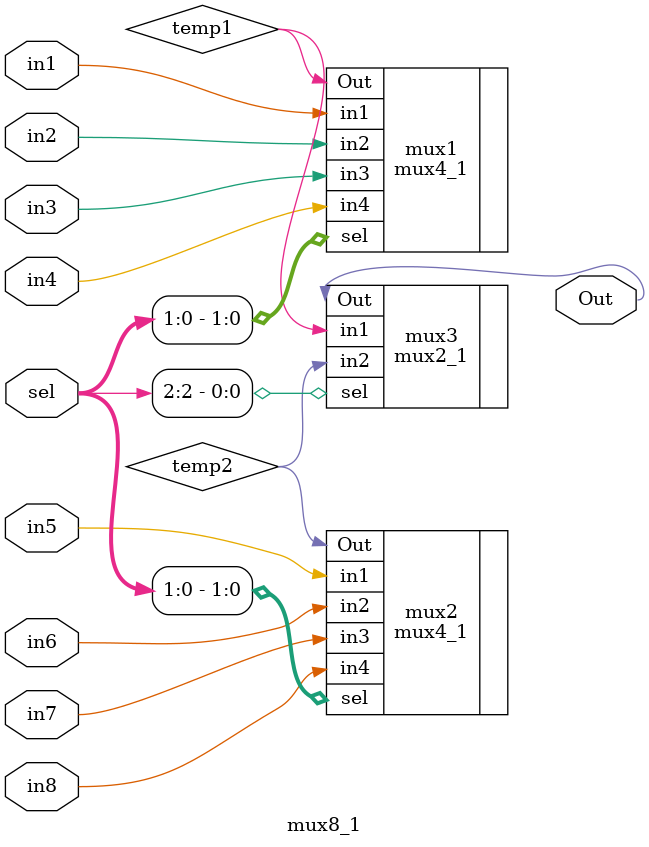
<source format=v>
module mux8_1(in1, in2, in3, in4, in5, in6, in7, in8, sel, Out);

	input in1, in2, in3, in4, in5, in6, in7, in8;
	input [2:0] sel;
	output Out;

	wire temp1, temp2;

	mux4_1 mux1(.in1(in1), .in2(in2), .in3(in3), .in4(in4), .sel(sel[1:0]), .Out(temp1));
	mux4_1 mux2(.in1(in5), .in2(in6), .in3(in7), .in4(in8), .sel(sel[1:0]), .Out(temp2));
	mux2_1 mux3(.Out(Out), .in1(temp1), .in2(temp2), .sel(sel[2]));

endmodule 

</source>
